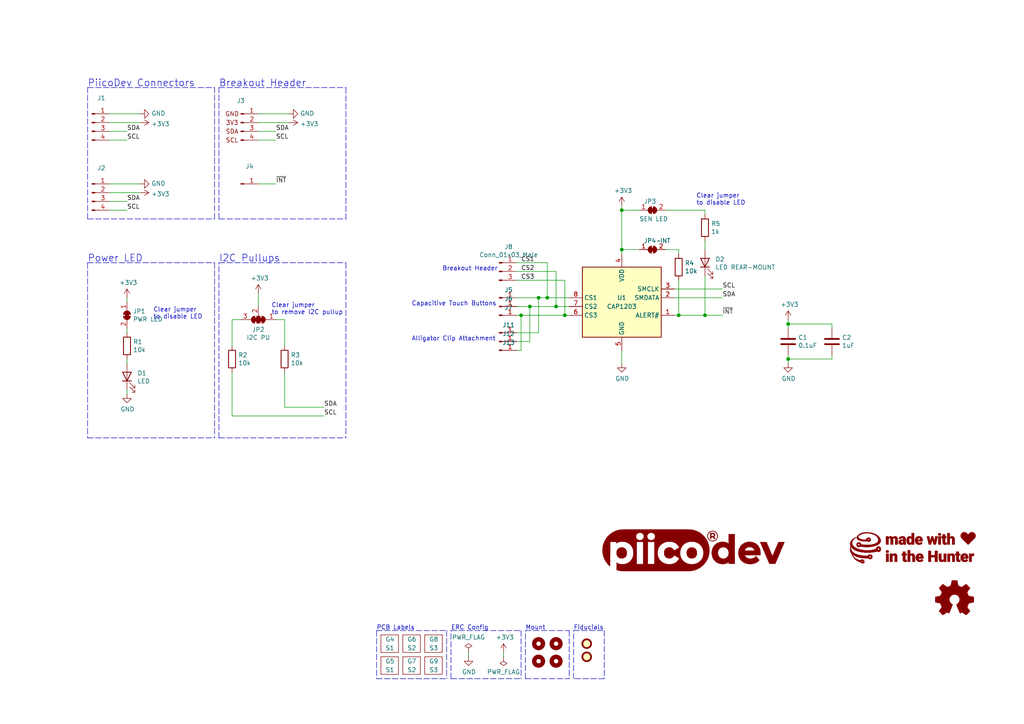
<source format=kicad_sch>
(kicad_sch (version 20211123) (generator eeschema)
  (paper "A4")
  (title_block (title "PiicoDev Capacitive Touch Sensor CAP1203") (date "2021-07-08") (rev "10") (company "Core Electronics") (comment 1 "Designed at Core Electronics by Peter Johnston") (comment 2 "PiicoDev and the PiicoDev logo are trademarks of Core Electronics Pty Ltd.") (comment 3 "License: CCASAv4.0 http://creativecommons.org/licenses/by-sa/4.0"))
  (lib_symbols
    (symbol "Connector:Conn_01x01_Male" (pin_names (offset 1.016) hide)
      (property "Reference" "J" (at 0 2.54 0))
      (property "Value" "Conn_01x01_Male" (at 0 -2.54 0))
      (symbol "Conn_01x01_Male_1_1"
        (pin passive line (at 5.08 0 180) (length 3.81) (name "Pin_1") (number "1"))
      )
    )
    (symbol "Connector:Conn_01x03_Male" (pin_names (offset 1.016) hide)
      (property "Reference" "J" (at 0 5.08 0))
      (property "Value" "Conn_01x03_Male" (at 0 -5.08 0))
      (symbol "Conn_01x03_Male_1_1"
        (pin passive line (at 5.08 2.54 180) (length 3.81) (name "Pin_1") (number "1"))
        (pin passive line (at 5.08 0 180) (length 3.81) (name "Pin_2") (number "2"))
        (pin passive line (at 5.08 -2.54 180) (length 3.81) (name "Pin_3") (number "3"))
      )
    )
    (symbol "Connector:Conn_01x04_Male" (pin_names (offset 1.016) hide)
      (property "Reference" "J" (at 0 5.08 0))
      (property "Value" "Conn_01x04_Male" (at 0 -7.62 0))
      (symbol "Conn_01x04_Male_1_1"
        (pin passive line (at 5.08 2.54 180) (length 3.81) (name "Pin_1") (number "1"))
        (pin passive line (at 5.08 0 180) (length 3.81) (name "Pin_2") (number "2"))
        (pin passive line (at 5.08 -2.54 180) (length 3.81) (name "Pin_3") (number "3"))
        (pin passive line (at 5.08 -5.08 180) (length 3.81) (name "Pin_4") (number "4"))
      )
    )
    (symbol "CoreElectronics_Artwork:LOGO_CoreElectronics_no-text" (pin_names (offset 1.016)))
    (symbol "CoreElectronics_Artwork:LOGO_PiicoDev" (pin_names (offset 1.016)))
    (symbol "CoreElectronics_Artwork:LOGO_made-with-love" (pin_names (offset 1.016)))
    (symbol "CoreElectronics_Artwork:Label_PCB_Art" (pin_names (offset 1.016))
      (property "Reference" "G" (at 0 0 0))
      (property "Value" "Label_PCB_Art" (at 0 0 0))
    )
    (symbol "CoreElectronics_Components:CAP1203"
      (property "Reference" "U" (at -10.16 12.7 0))
      (property "Value" "CAP1203" (at 8.89 12.7 0))
      (symbol "CAP1203_1_1"
        (pin open_collector line (at 15.24 -2.54 180) (length 3.81) (name "ALERT#") (number "1"))
        (pin bidirectional line (at 15.24 2.54 180) (length 3.81) (name "SMDATA") (number "2"))
        (pin input line (at 15.24 5.08 180) (length 3.81) (name "SMCLK") (number "3"))
        (pin power_in line (at 0 15.24 270) (length 3.81) (name "VDD") (number "4"))
        (pin power_in line (at 0 -12.7 90) (length 3.81) (name "GND") (number "5"))
        (pin passive line (at -15.24 -2.54 0) (length 3.81) (name "CS3") (number "6"))
        (pin passive line (at -15.24 0 0) (length 3.81) (name "CS2") (number "7"))
        (pin passive line (at -15.24 2.54 0) (length 3.81) (name "CS1") (number "8"))
      )
    )
    (symbol "CoreElectronics_Components:Conn_PiicoDev_header_01x04_Male" (pin_names (offset 1.016) hide)
      (property "Reference" "J" (at 0 7.62 0))
      (property "Value" "Conn_PiicoDev_header_01x04_Male" (at 0 -7.62 0))
      (symbol "Conn_PiicoDev_header_01x04_Male_0_0"
        (text "3V3" (at -2.54 2.54 0) (effects (font (size 1.27 1.27))))
        (text "GND" (at -2.54 5.08 0) (effects (font (size 1.27 1.27))))
        (text "SCL" (at -2.54 -2.54 0) (effects (font (size 1.27 1.27))))
        (text "SDA" (at -2.54 0 0) (effects (font (size 1.27 1.27))))
      )
      (symbol "Conn_PiicoDev_header_01x04_Male_1_1"
        (pin passive line (at 5.08 5.08 180) (length 3.81) (name "Pin_1") (number "1"))
        (pin passive line (at 5.08 2.54 180) (length 3.81) (name "Pin_2") (number "2"))
        (pin passive line (at 5.08 0 180) (length 3.81) (name "Pin_3") (number "3"))
        (pin passive line (at 5.08 -2.54 180) (length 3.81) (name "Pin_4") (number "4"))
      )
    )
    (symbol "Device:C" (pin_numbers hide) (pin_names (offset 0.254))
      (property "Reference" "C" (at 0.635 2.54 0))
      (property "Value" "C" (at 0.635 -2.54 0))
      (symbol "C_1_1"
        (pin passive line (at 0 3.81 270) (length 2.794) (name "~") (number "1"))
        (pin passive line (at 0 -3.81 90) (length 2.794) (name "~") (number "2"))
      )
    )
    (symbol "Device:LED" (pin_numbers hide) (pin_names (offset 1.016) hide)
      (property "Reference" "D" (at 0 2.54 0))
      (property "Value" "LED" (at 0 -2.54 0))
      (symbol "LED_1_1"
        (pin passive line (at -3.81 0 0) (length 2.54) (name "K") (number "1"))
        (pin passive line (at 3.81 0 180) (length 2.54) (name "A") (number "2"))
      )
    )
    (symbol "Device:R" (pin_numbers hide) (pin_names (offset 0))
      (property "Reference" "R" (at 2.032 0 90))
      (property "Value" "R" (at 0 0 90))
      (symbol "R_1_1"
        (pin passive line (at 0 3.81 270) (length 1.27) (name "~") (number "1"))
        (pin passive line (at 0 -3.81 90) (length 1.27) (name "~") (number "2"))
      )
    )
    (symbol "Graphic:Logo_Open_Hardware_Small" (pin_names (offset 1.016)))
    (symbol "Jumper:SolderJumper_2_Bridged" (pin_names (offset 0) hide)
      (property "Reference" "JP" (at 0 2.032 0))
      (property "Value" "SolderJumper_2_Bridged" (at 0 -2.54 0))
      (symbol "SolderJumper_2_Bridged_1_1"
        (pin passive line (at -3.81 0 0) (length 2.54) (name "A") (number "1"))
        (pin passive line (at 3.81 0 180) (length 2.54) (name "B") (number "2"))
      )
    )
    (symbol "Jumper:SolderJumper_3_Bridged123" (pin_names (offset 0) hide)
      (property "Reference" "JP" (at -2.54 -2.54 0))
      (property "Value" "SolderJumper_3_Bridged123" (at 0 2.794 0))
      (symbol "SolderJumper_3_Bridged123_1_1"
        (pin passive line (at -5.08 0 0) (length 2.54) (name "A") (number "1"))
        (pin passive line (at 0 -3.81 90) (length 2.54) (name "C") (number "2"))
        (pin passive line (at 5.08 0 180) (length 2.54) (name "B") (number "3"))
      )
    )
    (symbol "Mechanical:Fiducial"
      (property "Reference" "FID" (at 0 5.08 0))
      (property "Value" "Fiducial" (at 0 3.175 0))
    )
    (symbol "Mechanical:MountingHole" (pin_names (offset 1.016))
      (property "Reference" "H" (at 0 5.08 0))
      (property "Value" "MountingHole" (at 0 3.175 0))
    )
    (symbol "power:+3V3" (power) (pin_names (offset 0))
      (property "Value" "+3V3" (at 0 3.556 0))
      (symbol "+3V3_1_1"
        (pin power_in line (at 0 0 90) (length 0) hide (name "+3V3") (number "1"))
      )
    )
    (symbol "power:GND" (power) (pin_names (offset 0))
      (property "Value" "GND" (at 0 -3.81 0))
      (symbol "GND_1_1"
        (pin power_in line (at 0 0 270) (length 0) hide (name "GND") (number "1"))
      )
    )
    (symbol "power:PWR_FLAG" (power) (pin_numbers hide) (pin_names (offset 0) hide)
      (property "Value" "PWR_FLAG" (at 0 3.81 0))
      (symbol "PWR_FLAG_0_0"
        (pin power_out line (at 0 0 90) (length 0) (name "pwr") (number "1"))
      )
    )
  )
  (junction (at 151.13 91.44))
  (junction (at 153.67 88.9))
  (junction (at 163.83 91.44))
  (junction (at 180.34 72.39))
  (junction (at 158.75 86.36))
  (junction (at 228.6 104.14))
  (junction (at 180.34 60.96))
  (junction (at 204.47 91.44))
  (junction (at 196.85 91.44))
  (junction (at 156.21 86.36))
  (junction (at 161.29 88.9))
  (junction (at 228.6 93.98))
  (wire (pts (xy 83.82 33.02) (xy 74.93 33.02)))
  (wire (pts (xy 158.75 76.2) (xy 158.75 86.36)))
  (polyline (pts (xy 63.5 25.4) (xy 100.33 25.4)))
  (wire (pts (xy 40.64 53.34) (xy 31.75 53.34)))
  (wire (pts (xy 228.6 104.14) (xy 241.3 104.14)))
  (wire (pts (xy 153.67 88.9) (xy 153.67 99.06)))
  (wire (pts (xy 149.86 96.52) (xy 156.21 96.52)))
  (polyline (pts (xy 25.4 76.2) (xy 25.4 127)))
  (wire (pts (xy 204.47 60.96) (xy 193.04 60.96)))
  (wire (pts (xy 195.58 86.36) (xy 209.55 86.36)))
  (wire (pts (xy 161.29 88.9) (xy 165.1 88.9)))
  (polyline (pts (xy 100.33 76.2) (xy 100.33 127)))
  (wire (pts (xy 196.85 72.39) (xy 196.85 73.66)))
  (wire (pts (xy 204.47 72.39) (xy 204.47 69.85)))
  (wire (pts (xy 82.55 100.33) (xy 82.55 92.71)))
  (wire (pts (xy 80.01 40.64) (xy 74.93 40.64)))
  (wire (pts (xy 74.93 85.09) (xy 74.93 88.9)))
  (wire (pts (xy 204.47 80.01) (xy 204.47 91.44)))
  (polyline (pts (xy 63.5 76.2) (xy 100.33 76.2)))
  (wire (pts (xy 195.58 83.82) (xy 209.55 83.82)))
  (polyline (pts (xy 166.37 196.85) (xy 166.37 182.88)))
  (polyline (pts (xy 25.4 63.5) (xy 62.23 63.5)))
  (polyline (pts (xy 130.81 196.85) (xy 130.81 182.88)))
  (wire (pts (xy 163.83 91.44) (xy 165.1 91.44)))
  (wire (pts (xy 180.34 60.96) (xy 180.34 72.39)))
  (wire (pts (xy 74.93 35.56) (xy 83.82 35.56)))
  (wire (pts (xy 195.58 91.44) (xy 196.85 91.44)))
  (polyline (pts (xy 25.4 25.4) (xy 62.23 25.4)))
  (wire (pts (xy 180.34 101.6) (xy 180.34 105.41)))
  (wire (pts (xy 228.6 93.98) (xy 241.3 93.98)))
  (polyline (pts (xy 152.4 196.85) (xy 152.4 182.88)))
  (wire (pts (xy 185.42 72.39) (xy 180.34 72.39)))
  (wire (pts (xy 204.47 91.44) (xy 209.55 91.44)))
  (wire (pts (xy 82.55 118.11) (xy 93.98 118.11)))
  (wire (pts (xy 36.83 58.42) (xy 31.75 58.42)))
  (wire (pts (xy 149.86 91.44) (xy 151.13 91.44)))
  (wire (pts (xy 161.29 78.74) (xy 161.29 88.9)))
  (wire (pts (xy 149.86 88.9) (xy 153.67 88.9)))
  (wire (pts (xy 151.13 91.44) (xy 163.83 91.44)))
  (wire (pts (xy 156.21 86.36) (xy 158.75 86.36)))
  (polyline (pts (xy 62.23 76.2) (xy 62.23 127)))
  (wire (pts (xy 156.21 96.52) (xy 156.21 86.36)))
  (wire (pts (xy 82.55 107.95) (xy 82.55 118.11)))
  (polyline (pts (xy 63.5 63.5) (xy 63.5 25.4)))
  (wire (pts (xy 31.75 55.88) (xy 40.64 55.88)))
  (polyline (pts (xy 130.81 196.85) (xy 151.13 196.85)))
  (polyline (pts (xy 175.26 182.88) (xy 175.26 196.85)))
  (wire (pts (xy 228.6 102.87) (xy 228.6 104.14)))
  (wire (pts (xy 67.31 100.33) (xy 67.31 92.71)))
  (wire (pts (xy 158.75 76.2) (xy 149.86 76.2)))
  (wire (pts (xy 36.83 38.1) (xy 31.75 38.1)))
  (wire (pts (xy 36.83 105.41) (xy 36.83 104.14)))
  (wire (pts (xy 36.83 40.64) (xy 31.75 40.64)))
  (polyline (pts (xy 152.4 182.88) (xy 165.1 182.88)))
  (wire (pts (xy 67.31 107.95) (xy 67.31 120.65)))
  (wire (pts (xy 36.83 114.3) (xy 36.83 113.03)))
  (wire (pts (xy 82.55 92.71) (xy 80.01 92.71)))
  (wire (pts (xy 40.64 33.02) (xy 31.75 33.02)))
  (polyline (pts (xy 152.4 196.85) (xy 165.1 196.85)))
  (wire (pts (xy 185.42 60.96) (xy 180.34 60.96)))
  (wire (pts (xy 196.85 81.28) (xy 196.85 91.44)))
  (wire (pts (xy 196.85 91.44) (xy 204.47 91.44)))
  (polyline (pts (xy 130.81 182.88) (xy 151.13 182.88)))
  (wire (pts (xy 146.05 189.23) (xy 146.05 190.5)))
  (polyline (pts (xy 109.22 182.88) (xy 129.54 182.88)))
  (polyline (pts (xy 63.5 127) (xy 100.33 127)))
  (wire (pts (xy 31.75 35.56) (xy 40.64 35.56)))
  (wire (pts (xy 67.31 120.65) (xy 93.98 120.65)))
  (wire (pts (xy 241.3 104.14) (xy 241.3 102.87)))
  (polyline (pts (xy 151.13 182.88) (xy 151.13 196.85)))
  (polyline (pts (xy 63.5 63.5) (xy 100.33 63.5)))
  (polyline (pts (xy 165.1 182.88) (xy 165.1 196.85)))
  (polyline (pts (xy 25.4 127) (xy 62.23 127)))
  (wire (pts (xy 149.86 101.6) (xy 151.13 101.6)))
  (wire (pts (xy 135.89 189.23) (xy 135.89 190.5)))
  (wire (pts (xy 36.83 87.63) (xy 36.83 86.36)))
  (wire (pts (xy 163.83 81.28) (xy 163.83 91.44)))
  (wire (pts (xy 80.01 38.1) (xy 74.93 38.1)))
  (polyline (pts (xy 129.54 182.88) (xy 129.54 196.85)))
  (wire (pts (xy 228.6 93.98) (xy 228.6 92.71)))
  (wire (pts (xy 228.6 104.14) (xy 228.6 105.41)))
  (wire (pts (xy 67.31 92.71) (xy 69.85 92.71)))
  (wire (pts (xy 149.86 86.36) (xy 156.21 86.36)))
  (wire (pts (xy 161.29 78.74) (xy 149.86 78.74)))
  (wire (pts (xy 241.3 93.98) (xy 241.3 95.25)))
  (wire (pts (xy 74.93 53.34) (xy 80.01 53.34)))
  (wire (pts (xy 228.6 95.25) (xy 228.6 93.98)))
  (wire (pts (xy 158.75 86.36) (xy 165.1 86.36)))
  (wire (pts (xy 163.83 81.28) (xy 149.86 81.28)))
  (polyline (pts (xy 62.23 63.5) (xy 62.23 25.4)))
  (wire (pts (xy 153.67 88.9) (xy 161.29 88.9)))
  (polyline (pts (xy 166.37 182.88) (xy 175.26 182.88)))
  (wire (pts (xy 149.86 99.06) (xy 153.67 99.06)))
  (polyline (pts (xy 63.5 127) (xy 63.5 76.2)))
  (wire (pts (xy 204.47 62.23) (xy 204.47 60.96)))
  (polyline (pts (xy 109.22 182.88) (xy 109.22 196.85)))
  (wire (pts (xy 151.13 91.44) (xy 151.13 101.6)))
  (polyline (pts (xy 100.33 25.4) (xy 100.33 63.5)))
  (polyline (pts (xy 175.26 196.85) (xy 166.37 196.85)))
  (wire (pts (xy 180.34 60.96) (xy 180.34 59.69)))
  (wire (pts (xy 193.04 72.39) (xy 196.85 72.39)))
  (polyline (pts (xy 109.22 196.85) (xy 129.54 196.85)))
  (wire (pts (xy 36.83 60.96) (xy 31.75 60.96)))
  (polyline (pts (xy 25.4 63.5) (xy 25.4 25.4)))
  (wire (pts (xy 180.34 72.39) (xy 180.34 73.66)))
  (wire (pts (xy 36.83 96.52) (xy 36.83 95.25)))
  (polyline (pts (xy 25.4 76.2) (xy 62.23 76.2)))
  (text "Power LED" (at 25.4 76.2 0) (effects (font (size 2.0066 2.0066)) (justify left bottom)))
  (text "I2C Pullups" (at 63.5 76.2 0) (effects (font (size 2.0066 2.0066)) (justify left bottom)))
  (text "Capacitive Touch Buttons" (at 119.38 88.9 0) (effects (font (size 1.27 1.27)) (justify left bottom)))
  (text "Clear jumper \nto remove I2C pullup" (at 78.74 91.44 0) (effects (font (size 1.27 1.27)) (justify left bottom)))
  (text "Breakout Header" (at 63.5 25.4 0) (effects (font (size 2.0066 2.0066)) (justify left bottom)))
  (text "Alligator Clip Attachment" (at 119.38 99.06 0) (effects (font (size 1.27 1.27)) (justify left bottom)))
  (text "ERC Config" (at 130.81 182.88 0) (effects (font (size 1.27 1.27)) (justify left bottom)))
  (text "Mount" (at 152.4 182.88 0) (effects (font (size 1.27 1.27)) (justify left bottom)))
  (text "PCB Labels" (at 109.22 182.88 0) (effects (font (size 1.27 1.27)) (justify left bottom)))
  (text "PiicoDev Connectors" (at 25.4 25.4 0) (effects (font (size 2.0066 2.0066)) (justify left bottom)))
  (text "Clear jumper \nto disable LED" (at 44.45 92.71 0) (effects (font (size 1.27 1.27)) (justify left bottom)))
  (text "Fiducials" (at 166.37 182.88 0) (effects (font (size 1.27 1.27)) (justify left bottom)))
  (text "Breakout Header" (at 128.27 78.74 0) (effects (font (size 1.27 1.27)) (justify left bottom)))
  (text "Clear jumper \nto disable LED" (at 201.93 59.69 0) (effects (font (size 1.27 1.27)) (justify left bottom)))
  (label "SDA" (at 36.83 38.1 0))
  (label "SDA" (at 80.01 38.1 0))
  (label "SCL" (at 36.83 40.64 0))
  (label "CS1" (at 151.13 76.2 0))
  (label "CS3" (at 151.13 81.28 0))
  (label "CS2" (at 151.13 78.74 0))
  (label "SCL" (at 80.01 40.64 0))
  (label "SDA" (at 36.83 58.42 0))
  (label "SCL" (at 209.55 83.82 0))
  (label "SDA" (at 209.55 86.36 0))
  (label "~{INT}" (at 80.01 53.34 0))
  (label "SCL" (at 93.98 120.65 0))
  (label "SDA" (at 93.98 118.11 0))
  (label "~{INT}" (at 209.55 91.44 0))
  (label "SCL" (at 36.83 60.96 0))
  (symbol (lib_id "CoreElectronics_Artwork:LOGO_PiicoDev") (at 203.2 160.02 0) (unit 1)
    (property "Reference" "G1" (effects hide))
    (property "Value" "LOGO_PiicoDev" (effects hide))
    (property "Footprint" "CoreElectronics_Artwork:piicodev_logo_14.2x3.4mm" (effects hide))
  )
  (symbol (lib_id "CoreElectronics_Artwork:LOGO_made-with-love") (at 269.24 158.75 0) (unit 1)
    (property "Reference" "G3" (effects hide))
    (property "Value" "LOGO_made-with-love" (effects hide))
    (property "Footprint" "CoreElectronics_Artwork:piicodev_logo_14.2x3.4mm" (effects hide))
  )
  (symbol (lib_id "CoreElectronics_Artwork:LOGO_CoreElectronics_no-text") (at 251.46 158.75 0) (unit 1)
    (property "Reference" "G2" (effects hide))
    (property "Value" "LOGO_CoreElectronics_no-text" (effects hide))
    (property "Footprint" "CoreElectronics_Artwork:CoreElectronics_logo_5mm" (effects hide))
  )
  (symbol (lib_id "Graphic:Logo_Open_Hardware_Small") (at 276.86 173.99 0) (unit 1)
    (property "Reference" "LOGO1" (effects hide))
    (property "Value" "Logo_Open_Hardware_Small" (effects hide))
    (property "Footprint" "CoreElectronics_Artwork:oshw" (effects hide))
  )
  (symbol (lib_id "power:PWR_FLAG") (at 135.89 189.23 0) (unit 1)
    (property "Reference" "#FLG0101" (effects hide))
    (property "Value" "PWR_FLAG" (at 135.89 184.8358 0))
  )
  (symbol (lib_id "power:PWR_FLAG") (at 146.05 190.5 180) (unit 1)
    (property "Reference" "#FLG0102" (effects hide))
    (property "Value" "PWR_FLAG" (at 146.05 194.8942 0))
  )
  (symbol (lib_id "power:GND") (at 135.89 190.5 0) (unit 1)
    (property "Reference" "#PWR0101" (effects hide))
    (property "Value" "GND" (at 136.017 194.8942 0))
  )
  (symbol (lib_id "power:+3V3") (at 146.05 189.23 0) (unit 1)
    (property "Reference" "#PWR0102" (effects hide))
    (property "Value" "+3V3" (at 146.431 184.8358 0))
  )
  (symbol (lib_id "Mechanical:MountingHole") (at 156.21 191.77 0) (unit 1)
    (property "Reference" "H2" (effects hide))
    (property "Value" "MountingHole" (effects hide))
    (property "Footprint" "CoreElectronics_Components:MountingHole_2.7mm_M2.5_PadClearance_1.2" (effects hide))
  )
  (symbol (lib_id "Mechanical:MountingHole") (at 156.21 186.69 0) (unit 1)
    (property "Reference" "H1" (effects hide))
    (property "Value" "MountingHole" (effects hide))
    (property "Footprint" "CoreElectronics_Components:MountingHole_2.7mm_M2.5_PadClearance_1.2" (effects hide))
  )
  (symbol (lib_id "Mechanical:Fiducial") (at 170.18 190.5 0) (unit 1)
    (property "Reference" "FID2" (effects hide))
    (property "Value" "Fiducial" (effects hide))
    (property "Footprint" "Fiducial:Fiducial_1mm_Mask2mm" (effects hide))
  )
  (symbol (lib_id "Mechanical:Fiducial") (at 170.18 186.69 0) (unit 1)
    (property "Reference" "FID1" (effects hide))
    (property "Value" "Fiducial" (effects hide))
    (property "Footprint" "Fiducial:Fiducial_1mm_Mask2mm" (effects hide))
  )
  (symbol (lib_id "Connector:Conn_01x04_Male") (at 26.67 35.56 0) (unit 1)
    (property "Reference" "J1" (at 29.4132 28.4226 0))
    (property "Value" " " (at 29.4132 30.734 0))
    (property "Footprint" "Connector_JST:JST_SH_SM04B-SRSS-TB_1x04-1MP_P1.00mm_Horizontal" (effects hide))
  )
  (symbol (lib_id "power:+3V3") (at 40.64 35.56 270) (unit 1)
    (property "Reference" "#PWR0103" (effects hide))
    (property "Value" "+3V3" (at 43.8912 35.941 90) (effects (justify left)))
  )
  (symbol (lib_id "power:GND") (at 40.64 33.02 90) (unit 1)
    (property "Reference" "#PWR0104" (effects hide))
    (property "Value" "GND" (at 43.8912 32.893 90) (effects (justify right)))
  )
  (symbol (lib_id "Connector:Conn_01x04_Male") (at 26.67 55.88 0) (unit 1)
    (property "Reference" "J2" (at 29.4132 48.7426 0))
    (property "Value" " " (at 29.4132 51.054 0))
    (property "Footprint" "Connector_JST:JST_SH_SM04B-SRSS-TB_1x04-1MP_P1.00mm_Horizontal" (effects hide))
  )
  (symbol (lib_id "power:+3V3") (at 40.64 55.88 270) (unit 1)
    (property "Reference" "#PWR0105" (effects hide))
    (property "Value" "+3V3" (at 43.8912 56.261 90) (effects (justify left)))
  )
  (symbol (lib_id "power:GND") (at 40.64 53.34 90) (unit 1)
    (property "Reference" "#PWR0106" (effects hide))
    (property "Value" "GND" (at 43.8912 53.213 90) (effects (justify right)))
  )
  (symbol (lib_id "power:+3V3") (at 83.82 35.56 270) (unit 1)
    (property "Reference" "#PWR0107" (effects hide))
    (property "Value" "+3V3" (at 87.0712 35.941 90) (effects (justify left)))
  )
  (symbol (lib_id "power:GND") (at 83.82 33.02 90) (unit 1)
    (property "Reference" "#PWR0108" (effects hide))
    (property "Value" "GND" (at 87.0712 32.893 90) (effects (justify right)))
  )
  (symbol (lib_id "CoreElectronics_Components:Conn_PiicoDev_header_01x04_Male") (at 69.85 38.1 0) (unit 1)
    (property "Reference" "J3" (at 69.85 29.21 0))
    (property "Value" "Conn_PiicoDev_header_01x04_Male" (effects hide))
    (property "Footprint" "CoreElectronics_Components:PiicoDev_header_4pin" (effects hide))
  )
  (symbol (lib_id "Device:R") (at 82.55 104.14 0) (unit 1)
    (property "Reference" "R3" (at 84.328 102.9716 0) (effects (justify left)))
    (property "Value" "10k" (at 84.328 105.283 0) (effects (justify left)))
    (property "Footprint" "Resistor_SMD:R_0402_1005Metric" (effects hide))
  )
  (symbol (lib_id "Jumper:SolderJumper_3_Bridged123") (at 74.93 92.71 180) (unit 1)
    (property "Reference" "JP2" (at 74.93 95.5802 0))
    (property "Value" "I2C PU" (at 74.93 97.8916 0))
    (property "Footprint" "CoreElectronics_Components:SolderJumper-3_P1.3mm_Closed_RoundedPad1.0x1.5mm_NumberLabels" (effects hide))
  )
  (symbol (lib_id "Device:R") (at 67.31 104.14 0) (unit 1)
    (property "Reference" "R2" (at 69.088 102.9716 0) (effects (justify left)))
    (property "Value" "10k" (at 69.088 105.283 0) (effects (justify left)))
    (property "Footprint" "Resistor_SMD:R_0402_1005Metric" (effects hide))
  )
  (symbol (lib_id "power:+3V3") (at 74.93 85.09 0) (unit 1)
    (property "Reference" "#PWR0109" (effects hide))
    (property "Value" "+3V3" (at 75.311 80.6958 0))
  )
  (symbol (lib_id "Device:LED") (at 204.47 76.2 90) (unit 1)
    (property "Reference" "D2" (at 207.4672 75.2094 90) (effects (justify right)))
    (property "Value" "LED REAR-MOUNT" (at 207.4672 77.5208 90) (effects (justify right)))
    (property "Footprint" "CoreElectronics_Components:LED_1206_3216Metric_ReverseMount_Hole1.8x2.4mm" (effects hide))
  )
  (symbol (lib_id "Jumper:SolderJumper_2_Bridged") (at 189.23 60.96 0) (unit 1)
    (property "Reference" "JP3" (at 186.69 58.42 0) (effects (justify left)))
    (property "Value" "SEN LED" (at 185.42 63.5 0) (effects (justify left)))
    (property "Footprint" "CoreElectronics_Components:SolderJumper-2_P1.3mm_Bridged_RoundedPad1.0x1.5mm" (effects hide))
  )
  (symbol (lib_id "Device:R") (at 204.47 66.04 0) (unit 1)
    (property "Reference" "R5" (at 206.248 64.8716 0) (effects (justify left)))
    (property "Value" "1k" (at 206.248 67.183 0) (effects (justify left)))
    (property "Footprint" "Resistor_SMD:R_0402_1005Metric" (effects hide))
  )
  (symbol (lib_id "CoreElectronics_Components:CAP1203") (at 180.34 88.9 0) (unit 1)
    (property "Reference" "U1" (at 180.34 86.36 0))
    (property "Value" "CAP1203" (at 180.34 88.9 0))
    (property "Footprint" "Package_SO:SOIC-8_3.9x4.9mm_P1.27mm" (effects hide))
    (property "Datasheet" "https://ww1.microchip.com/downloads/en/DeviceDoc/00001572B.pdf" (effects hide))
  )
  (symbol (lib_id "power:+3V3") (at 180.34 59.69 0) (unit 1)
    (property "Reference" "#PWR0112" (effects hide))
    (property "Value" "+3V3" (at 180.721 55.2958 0))
  )
  (symbol (lib_id "Connector:Conn_01x01_Male") (at 69.85 53.34 0) (unit 1)
    (property "Reference" "J4" (at 72.39 48.26 0))
    (property "Value" "Conn_01x01_Male" (effects hide))
    (property "Footprint" "CoreElectronics_Components:PiicoDev_header_1pin_INT_inverted" (effects hide))
  )
  (symbol (lib_id "power:GND") (at 180.34 105.41 0) (unit 1)
    (property "Reference" "#PWR0113" (effects hide))
    (property "Value" "GND" (at 180.467 109.8042 0))
  )
  (symbol (lib_id "Device:C") (at 241.3 99.06 0) (unit 1)
    (property "Reference" "C2" (at 244.221 97.8916 0) (effects (justify left)))
    (property "Value" "1uF" (at 244.221 100.203 0) (effects (justify left)))
    (property "Footprint" "Capacitor_SMD:C_0402_1005Metric" (effects hide))
  )
  (symbol (lib_id "Device:C") (at 228.6 99.06 0) (unit 1)
    (property "Reference" "C1" (at 231.521 97.8916 0) (effects (justify left)))
    (property "Value" "0.1uF" (at 231.521 100.203 0) (effects (justify left)))
    (property "Footprint" "Capacitor_SMD:C_0402_1005Metric" (effects hide))
  )
  (symbol (lib_id "Connector:Conn_01x01_Male") (at 144.78 86.36 0) (unit 1)
    (property "Reference" "J5" (at 147.5232 84.0994 0))
    (property "Value" "Conn_01x01_Male" (effects hide))
    (property "Footprint" "CoreElectronics_Components:Capacitive_Touch_Button" (effects hide))
  )
  (symbol (lib_id "Connector:Conn_01x01_Male") (at 144.78 88.9 0) (unit 1)
    (property "Reference" "J6" (at 147.5232 86.6394 0))
    (property "Value" "Conn_01x01_Male" (effects hide))
    (property "Footprint" "CoreElectronics_Components:Capacitive_Touch_Button" (effects hide))
  )
  (symbol (lib_id "Connector:Conn_01x01_Male") (at 144.78 91.44 0) (unit 1)
    (property "Reference" "J7" (at 147.5232 89.1794 0))
    (property "Value" "Conn_01x01_Male" (effects hide))
    (property "Footprint" "CoreElectronics_Components:Capacitive_Touch_Button" (effects hide))
  )
  (symbol (lib_id "Mechanical:MountingHole") (at 161.29 186.69 0) (unit 1)
    (property "Reference" "H3" (effects hide))
    (property "Value" "MountingHole" (effects hide))
    (property "Footprint" "CoreElectronics_Components:MountingHole_2.7mm_M2.5_PadClearance_1.2" (effects hide))
  )
  (symbol (lib_id "Mechanical:MountingHole") (at 161.29 191.77 0) (unit 1)
    (property "Reference" "H4" (effects hide))
    (property "Value" "MountingHole" (effects hide))
    (property "Footprint" "CoreElectronics_Components:MountingHole_2.7mm_M2.5_PadClearance_1.2" (effects hide))
  )
  (symbol (lib_id "power:GND") (at 228.6 105.41 0) (unit 1)
    (property "Reference" "#PWR0114" (effects hide))
    (property "Value" "GND" (at 228.727 109.8042 0))
  )
  (symbol (lib_id "power:+3V3") (at 228.6 92.71 0) (unit 1)
    (property "Reference" "#PWR0115" (effects hide))
    (property "Value" "+3V3" (at 228.981 88.3158 0))
  )
  (symbol (lib_id "Device:R") (at 196.85 77.47 0) (unit 1)
    (property "Reference" "R4" (at 198.628 76.3016 0) (effects (justify left)))
    (property "Value" "10k" (at 198.628 78.613 0) (effects (justify left)))
    (property "Footprint" "Resistor_SMD:R_0402_1005Metric" (effects hide))
  )
  (symbol (lib_id "Connector:Conn_01x01_Male") (at 144.78 96.52 0) (unit 1)
    (property "Reference" "J11" (at 147.5232 94.2594 0))
    (property "Value" "Conn_01x01_Male" (effects hide))
    (property "Footprint" "CoreElectronics_Components:Conn_alligator" (effects hide))
  )
  (symbol (lib_id "Connector:Conn_01x01_Male") (at 144.78 99.06 0) (unit 1)
    (property "Reference" "J12" (at 147.5232 96.7994 0))
    (property "Value" "Conn_01x01_Male" (effects hide))
    (property "Footprint" "CoreElectronics_Components:Conn_alligator" (effects hide))
  )
  (symbol (lib_id "Connector:Conn_01x01_Male") (at 144.78 101.6 0) (unit 1)
    (property "Reference" "J13" (at 147.5232 99.3394 0))
    (property "Value" "Conn_01x01_Male" (effects hide))
    (property "Footprint" "CoreElectronics_Components:Conn_alligator" (effects hide))
  )
  (symbol (lib_id "Connector:Conn_01x03_Male") (at 144.78 78.74 0) (unit 1)
    (property "Reference" "J8" (at 147.5232 71.6026 0))
    (property "Value" "Conn_01x03_Male" (at 147.5232 73.914 0))
    (property "Footprint" "Connector_PinHeader_2.54mm:PinHeader_1x03_P2.54mm_Vertical" (effects hide))
  )
  (symbol (lib_id "Jumper:SolderJumper_2_Bridged") (at 189.23 72.39 0) (unit 1)
    (property "Reference" "JP4" (at 186.69 69.85 0) (effects (justify left)))
    (property "Value" "~INT" (at 190.5 69.85 0) (effects (justify left)))
    (property "Footprint" "CoreElectronics_Components:SolderJumper-2_P1.3mm_Bridged_RoundedPad1.0x1.5mm" (effects hide))
  )
  (symbol (lib_id "Device:LED") (at 36.83 109.22 90) (unit 1)
    (property "Reference" "D1" (at 39.8272 108.2294 90) (effects (justify right)))
    (property "Value" "LED" (at 39.8272 110.5408 90) (effects (justify right)))
    (property "Footprint" "LED_SMD:LED_0603_1608Metric" (effects hide))
  )
  (symbol (lib_id "power:GND") (at 36.83 114.3 0) (unit 1)
    (property "Reference" "#PWR0110" (effects hide))
    (property "Value" "GND" (at 36.957 118.6942 0))
  )
  (symbol (lib_id "power:+3V3") (at 36.83 86.36 0) (unit 1)
    (property "Reference" "#PWR0111" (effects hide))
    (property "Value" "+3V3" (at 37.211 81.9658 0))
  )
  (symbol (lib_id "Jumper:SolderJumper_2_Bridged") (at 36.83 91.44 270) (unit 1)
    (property "Reference" "JP1" (at 38.5572 90.2716 90) (effects (justify left)))
    (property "Value" "PWR LED" (at 38.5572 92.583 90) (effects (justify left)))
    (property "Footprint" "CoreElectronics_Components:SolderJumper-2_P1.3mm_Bridged_RoundedPad1.0x1.5mm" (effects hide))
  )
  (symbol (lib_id "Device:R") (at 36.83 100.33 0) (unit 1)
    (property "Reference" "R1" (at 38.608 99.1616 0) (effects (justify left)))
    (property "Value" "10k" (at 38.608 101.473 0) (effects (justify left)))
    (property "Footprint" "Resistor_SMD:R_0402_1005Metric" (effects hide))
  )
  (symbol (lib_id "CoreElectronics_Artwork:Label_PCB_Art") (at 113.03 193.04 0) (unit 1)
    (property "Reference" "G5" (at 111.76 191.77 0) (effects (justify left)))
    (property "Value" "S1" (at 111.76 194.31 0) (effects (justify left)))
    (property "Footprint" "PiicoDev Capacitive Touch Sensor CAP1203:Label_S1_Reverse" (effects hide))
  )
  (symbol (lib_id "CoreElectronics_Artwork:Label_PCB_Art") (at 113.03 186.69 0) (unit 1)
    (property "Reference" "G4" (at 111.76 185.42 0) (effects (justify left)))
    (property "Value" "S1" (at 111.76 187.96 0) (effects (justify left)))
    (property "Footprint" "PiicoDev Capacitive Touch Sensor CAP1203:Label_S1_Reverse" (effects hide))
  )
  (symbol (lib_id "CoreElectronics_Artwork:Label_PCB_Art") (at 119.38 186.69 0) (unit 1)
    (property "Reference" "G6" (at 118.11 185.42 0) (effects (justify left)))
    (property "Value" "S2" (at 118.11 187.96 0) (effects (justify left)))
    (property "Footprint" "PiicoDev Capacitive Touch Sensor CAP1203:Label_S2_Reverse" (effects hide))
  )
  (symbol (lib_id "CoreElectronics_Artwork:Label_PCB_Art") (at 119.38 193.04 0) (unit 1)
    (property "Reference" "G7" (at 118.11 191.77 0) (effects (justify left)))
    (property "Value" "S2" (at 118.11 194.31 0) (effects (justify left)))
    (property "Footprint" "PiicoDev Capacitive Touch Sensor CAP1203:Label_S2_Reverse" (effects hide))
  )
  (symbol (lib_id "CoreElectronics_Artwork:Label_PCB_Art") (at 125.73 186.69 0) (unit 1)
    (property "Reference" "G8" (at 124.46 185.42 0) (effects (justify left)))
    (property "Value" "S3" (at 124.46 187.96 0) (effects (justify left)))
    (property "Footprint" "PiicoDev Capacitive Touch Sensor CAP1203:Label_S3_Reverse" (effects hide))
  )
  (symbol (lib_id "CoreElectronics_Artwork:Label_PCB_Art") (at 125.73 193.04 0) (unit 1)
    (property "Reference" "G9" (at 124.46 191.77 0) (effects (justify left)))
    (property "Value" "S3" (at 124.46 194.31 0) (effects (justify left)))
    (property "Footprint" "PiicoDev Capacitive Touch Sensor CAP1203:Label_S3_Reverse" (effects hide))
  )
)
</source>
